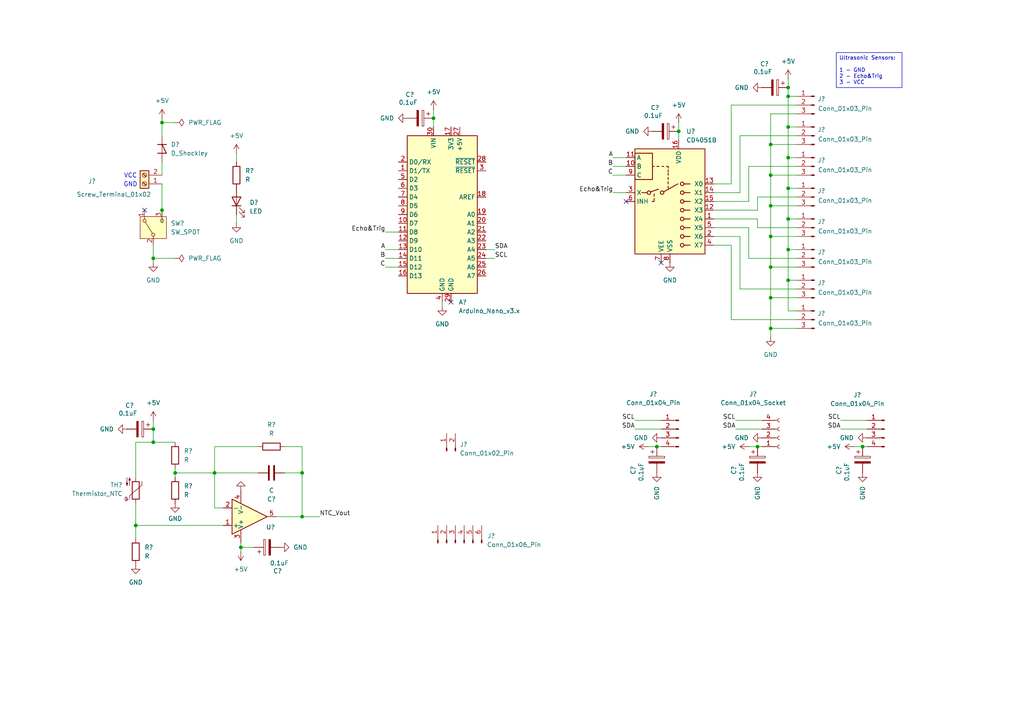
<source format=kicad_sch>
(kicad_sch (version 20231120) (generator "eeschema") (generator_version "8.0")
  (paper "A4")
  (lib_symbols
    (symbol "Analog_Switch:CD4051B"
      (property "Reference" "U" (at -10.16 16.51 0))
      (property "Value" "CD4051B" (at 3.81 16.51 0))
      (symbol "CD4051B_0_1"
        (rectangle (start -10.16 6.35) (end -5.08 13.97) (stroke (width 0.254)))
        (rectangle (start -10.16 15.24) (end 10.16 -15.24) (stroke (width 0.254)) (fill (type background)))
        (circle (center -6.096 2.54) (radius 0.508) (stroke (width 0.254)))
        (circle (center -2.286 2.54) (radius 0.508) (stroke (width 0.254)))
        (polyline (pts (xy -8.128 2.54) (xy -6.604 2.54)) (stroke (width 0.254)))
        (polyline (pts (xy -5.588 2.794) (xy -3.302 3.556)) (stroke (width 0.254)))
        (polyline (pts (xy -4.572 0) (xy -5.207 0)) (stroke (width 0.254)))
        (polyline (pts (xy -4.572 0.254) (xy -4.572 0.889)) (stroke (width 0.254)))
        (polyline (pts (xy -4.572 1.524) (xy -4.572 2.159)) (stroke (width 0.254)))
        (polyline (pts (xy -4.572 10.16) (xy -5.08 10.16)) (stroke (width 0.254)))
        (polyline (pts (xy -3.81 10.16) (xy -3.175 10.16)) (stroke (width 0.254)))
        (polyline (pts (xy -1.778 2.794) (xy 2.286 5.08)) (stroke (width 0.254)))
        (polyline (pts (xy -1.778 10.16) (xy -2.286 10.16)) (stroke (width 0.254)))
        (polyline (pts (xy -0.508 3.81) (xy -0.508 4.445)) (stroke (width 0.254)))
        (polyline (pts (xy -0.508 5.08) (xy -0.508 5.715)) (stroke (width 0.254)))
        (polyline (pts (xy -0.508 6.35) (xy -0.508 6.985)) (stroke (width 0.254)))
        (polyline (pts (xy -0.508 7.62) (xy -0.508 8.255)) (stroke (width 0.254)))
        (polyline (pts (xy -0.508 8.636) (xy -0.508 9.144)) (stroke (width 0.254)))
        (polyline (pts (xy -0.508 9.652) (xy -0.508 10.16)) (stroke (width 0.254)))
        (polyline (pts (xy -0.508 10.16) (xy -1.016 10.16)) (stroke (width 0.254)))
        (polyline (pts (xy 4.064 -12.7) (xy 5.842 -12.7)) (stroke (width 0.254)))
        (polyline (pts (xy 4.064 -10.16) (xy 5.842 -10.16)) (stroke (width 0.254)))
        (polyline (pts (xy 4.064 -7.62) (xy 5.842 -7.62)) (stroke (width 0.254)))
        (polyline (pts (xy 4.064 -5.08) (xy 5.842 -5.08)) (stroke (width 0.254)))
        (polyline (pts (xy 4.064 -2.54) (xy 5.842 -2.54)) (stroke (width 0.254)))
        (polyline (pts (xy 4.064 0) (xy 5.842 0)) (stroke (width 0.254)))
        (polyline (pts (xy 4.064 2.54) (xy 5.842 2.54)) (stroke (width 0.254)))
        (polyline (pts (xy 4.064 5.08) (xy 5.842 5.08)) (stroke (width 0.254)))
        (circle (center 3.556 -12.7) (radius 0.508) (stroke (width 0.254)))
        (circle (center 3.556 -10.16) (radius 0.508) (stroke (width 0.254)))
        (circle (center 3.556 -7.62) (radius 0.508) (stroke (width 0.254)))
        (circle (center 3.556 -5.08) (radius 0.508) (stroke (width 0.254)))
        (circle (center 3.556 -2.54) (radius 0.508) (stroke (width 0.254)))
        (circle (center 3.556 0) (radius 0.508) (stroke (width 0.254)))
        (circle (center 3.556 2.54) (radius 0.508) (stroke (width 0.254)))
        (circle (center 3.556 5.08) (radius 0.508) (stroke (width 0.254)))
      )
      (symbol "CD4051B_1_1"
        (pin bidirectional line (at 12.7 -5.08 180) (length 2.54) (name "X4") (number "1"))
        (pin input line (at -12.7 10.16 0) (length 2.54) (name "B") (number "10"))
        (pin input line (at -12.7 12.7 0) (length 2.54) (name "A") (number "11"))
        (pin bidirectional line (at 12.7 -2.54 180) (length 2.54) (name "X3") (number "12"))
        (pin bidirectional line (at 12.7 5.08 180) (length 2.54) (name "X0") (number "13"))
        (pin bidirectional line (at 12.7 2.54 180) (length 2.54) (name "X1") (number "14"))
        (pin bidirectional line (at 12.7 0 180) (length 2.54) (name "X2") (number "15"))
        (pin power_in line (at 2.54 17.78 270) (length 2.54) (name "VDD") (number "16"))
        (pin bidirectional line (at 12.7 -10.16 180) (length 2.54) (name "X6") (number "2"))
        (pin bidirectional line (at -12.7 2.54 0) (length 2.54) (name "X") (number "3"))
        (pin bidirectional line (at 12.7 -12.7 180) (length 2.54) (name "X7") (number "4"))
        (pin bidirectional line (at 12.7 -7.62 180) (length 2.54) (name "X5") (number "5"))
        (pin input line (at -12.7 0 0) (length 2.54) (name "INH") (number "6"))
        (pin power_in line (at -2.54 -17.78 90) (length 2.54) (name "VEE") (number "7"))
        (pin power_in line (at 0 -17.78 90) (length 2.54) (name "VSS") (number "8"))
        (pin input line (at -12.7 7.62 0) (length 2.54) (name "C") (number "9"))
      )
    )
    (symbol "Connector:Conn_01x02_Pin" (pin_names (offset 1.016) hide)
      (property "Reference" "J" (at 0 2.54 0))
      (property "Value" "Conn_01x02_Pin" (at 0 -5.08 0))
      (symbol "Conn_01x02_Pin_1_1"
        (polyline (pts (xy 1.27 -2.54) (xy 0.8636 -2.54)) (stroke (width 0.1524)))
        (polyline (pts (xy 1.27 0) (xy 0.8636 0)) (stroke (width 0.1524)))
        (rectangle (start 0.8636 -2.413) (end 0 -2.667) (stroke (width 0.1524)) (fill (type outline)))
        (rectangle (start 0.8636 0.127) (end 0 -0.127) (stroke (width 0.1524)) (fill (type outline)))
        (pin passive line (at 5.08 0 180) (length 3.81) (name "Pin_1") (number "1"))
        (pin passive line (at 5.08 -2.54 180) (length 3.81) (name "Pin_2") (number "2"))
      )
    )
    (symbol "Connector:Conn_01x03_Pin" (pin_names (offset 1.016) hide)
      (property "Reference" "J" (at 0 5.08 0))
      (property "Value" "Conn_01x03_Pin" (at 0 -5.08 0))
      (symbol "Conn_01x03_Pin_1_1"
        (polyline (pts (xy 1.27 -2.54) (xy 0.8636 -2.54)) (stroke (width 0.1524)))
        (polyline (pts (xy 1.27 0) (xy 0.8636 0)) (stroke (width 0.1524)))
        (polyline (pts (xy 1.27 2.54) (xy 0.8636 2.54)) (stroke (width 0.1524)))
        (rectangle (start 0.8636 -2.413) (end 0 -2.667) (stroke (width 0.1524)) (fill (type outline)))
        (rectangle (start 0.8636 0.127) (end 0 -0.127) (stroke (width 0.1524)) (fill (type outline)))
        (rectangle (start 0.8636 2.667) (end 0 2.413) (stroke (width 0.1524)) (fill (type outline)))
        (pin passive line (at 5.08 2.54 180) (length 3.81) (name "Pin_1") (number "1"))
        (pin passive line (at 5.08 0 180) (length 3.81) (name "Pin_2") (number "2"))
        (pin passive line (at 5.08 -2.54 180) (length 3.81) (name "Pin_3") (number "3"))
      )
    )
    (symbol "Connector:Conn_01x04_Pin" (pin_names (offset 1.016) hide)
      (property "Reference" "J" (at 0 5.08 0))
      (property "Value" "Conn_01x04_Pin" (at 0 -7.62 0))
      (symbol "Conn_01x04_Pin_1_1"
        (polyline (pts (xy 1.27 -5.08) (xy 0.8636 -5.08)) (stroke (width 0.1524)))
        (polyline (pts (xy 1.27 -2.54) (xy 0.8636 -2.54)) (stroke (width 0.1524)))
        (polyline (pts (xy 1.27 0) (xy 0.8636 0)) (stroke (width 0.1524)))
        (polyline (pts (xy 1.27 2.54) (xy 0.8636 2.54)) (stroke (width 0.1524)))
        (rectangle (start 0.8636 -4.953) (end 0 -5.207) (stroke (width 0.1524)) (fill (type outline)))
        (rectangle (start 0.8636 -2.413) (end 0 -2.667) (stroke (width 0.1524)) (fill (type outline)))
        (rectangle (start 0.8636 0.127) (end 0 -0.127) (stroke (width 0.1524)) (fill (type outline)))
        (rectangle (start 0.8636 2.667) (end 0 2.413) (stroke (width 0.1524)) (fill (type outline)))
        (pin passive line (at 5.08 2.54 180) (length 3.81) (name "Pin_1") (number "1"))
        (pin passive line (at 5.08 0 180) (length 3.81) (name "Pin_2") (number "2"))
        (pin passive line (at 5.08 -2.54 180) (length 3.81) (name "Pin_3") (number "3"))
        (pin passive line (at 5.08 -5.08 180) (length 3.81) (name "Pin_4") (number "4"))
      )
    )
    (symbol "Connector:Conn_01x04_Socket" (pin_names (offset 1.016) hide)
      (property "Reference" "J" (at 0 5.08 0))
      (property "Value" "Conn_01x04_Socket" (at 0 -7.62 0))
      (symbol "Conn_01x04_Socket_1_1"
        (arc (start 0 -4.572) (mid -0.5058 -5.08) (end 0 -5.588) (stroke (width 0.1524)))
        (arc (start 0 -2.032) (mid -0.5058 -2.54) (end 0 -3.048) (stroke (width 0.1524)))
        (polyline (pts (xy -1.27 -5.08) (xy -0.508 -5.08)) (stroke (width 0.1524)))
        (polyline (pts (xy -1.27 -2.54) (xy -0.508 -2.54)) (stroke (width 0.1524)))
        (polyline (pts (xy -1.27 0) (xy -0.508 0)) (stroke (width 0.1524)))
        (polyline (pts (xy -1.27 2.54) (xy -0.508 2.54)) (stroke (width 0.1524)))
        (arc (start 0 0.508) (mid -0.5058 0) (end 0 -0.508) (stroke (width 0.1524)))
        (arc (start 0 3.048) (mid -0.5058 2.54) (end 0 2.032) (stroke (width 0.1524)))
        (pin passive line (at -5.08 2.54 0) (length 3.81) (name "Pin_1") (number "1"))
        (pin passive line (at -5.08 0 0) (length 3.81) (name "Pin_2") (number "2"))
        (pin passive line (at -5.08 -2.54 0) (length 3.81) (name "Pin_3") (number "3"))
        (pin passive line (at -5.08 -5.08 0) (length 3.81) (name "Pin_4") (number "4"))
      )
    )
    (symbol "Connector:Conn_01x06_Pin" (pin_names (offset 1.016) hide)
      (property "Reference" "J" (at 0 7.62 0))
      (property "Value" "Conn_01x06_Pin" (at 0 -10.16 0))
      (symbol "Conn_01x06_Pin_1_1"
        (polyline (pts (xy 1.27 -7.62) (xy 0.8636 -7.62)) (stroke (width 0.1524)))
        (polyline (pts (xy 1.27 -5.08) (xy 0.8636 -5.08)) (stroke (width 0.1524)))
        (polyline (pts (xy 1.27 -2.54) (xy 0.8636 -2.54)) (stroke (width 0.1524)))
        (polyline (pts (xy 1.27 0) (xy 0.8636 0)) (stroke (width 0.1524)))
        (polyline (pts (xy 1.27 2.54) (xy 0.8636 2.54)) (stroke (width 0.1524)))
        (polyline (pts (xy 1.27 5.08) (xy 0.8636 5.08)) (stroke (width 0.1524)))
        (rectangle (start 0.8636 -7.493) (end 0 -7.747) (stroke (width 0.1524)) (fill (type outline)))
        (rectangle (start 0.8636 -4.953) (end 0 -5.207) (stroke (width 0.1524)) (fill (type outline)))
        (rectangle (start 0.8636 -2.413) (end 0 -2.667) (stroke (width 0.1524)) (fill (type outline)))
        (rectangle (start 0.8636 0.127) (end 0 -0.127) (stroke (width 0.1524)) (fill (type outline)))
        (rectangle (start 0.8636 2.667) (end 0 2.413) (stroke (width 0.1524)) (fill (type outline)))
        (rectangle (start 0.8636 5.207) (end 0 4.953) (stroke (width 0.1524)) (fill (type outline)))
        (pin passive line (at 5.08 5.08 180) (length 3.81) (name "Pin_1") (number "1"))
        (pin passive line (at 5.08 2.54 180) (length 3.81) (name "Pin_2") (number "2"))
        (pin passive line (at 5.08 0 180) (length 3.81) (name "Pin_3") (number "3"))
        (pin passive line (at 5.08 -2.54 180) (length 3.81) (name "Pin_4") (number "4"))
        (pin passive line (at 5.08 -5.08 180) (length 3.81) (name "Pin_5") (number "5"))
        (pin passive line (at 5.08 -7.62 180) (length 3.81) (name "Pin_6") (number "6"))
      )
    )
    (symbol "Connector:Screw_Terminal_01x02" (pin_names (offset 1.016) hide)
      (property "Reference" "J" (at 0 2.54 0))
      (property "Value" "Screw_Terminal_01x02" (at 0 -5.08 0))
      (symbol "Screw_Terminal_01x02_1_1"
        (rectangle (start -1.27 1.27) (end 1.27 -3.81) (stroke (width 0.254)) (fill (type background)))
        (circle (center 0 -2.54) (radius 0.635) (stroke (width 0.1524)))
        (polyline (pts (xy -0.5334 -2.2098) (xy 0.3302 -3.048)) (stroke (width 0.1524)))
        (polyline (pts (xy -0.5334 0.3302) (xy 0.3302 -0.508)) (stroke (width 0.1524)))
        (polyline (pts (xy -0.3556 -2.032) (xy 0.508 -2.8702)) (stroke (width 0.1524)))
        (polyline (pts (xy -0.3556 0.508) (xy 0.508 -0.3302)) (stroke (width 0.1524)))
        (circle (center 0 0) (radius 0.635) (stroke (width 0.1524)))
        (pin passive line (at -5.08 0 0) (length 3.81) (name "Pin_1") (number "1"))
        (pin passive line (at -5.08 -2.54 0) (length 3.81) (name "Pin_2") (number "2"))
      )
    )
    (symbol "Device:C" (pin_numbers hide) (pin_names (offset 0.254))
      (property "Reference" "C" (at 0.635 2.54 0))
      (property "Value" "C" (at 0.635 -2.54 0))
      (symbol "C_0_1"
        (polyline (pts (xy -2.032 -0.762) (xy 2.032 -0.762)) (stroke (width 0.508)))
        (polyline (pts (xy -2.032 0.762) (xy 2.032 0.762)) (stroke (width 0.508)))
      )
      (symbol "C_1_1"
        (pin passive line (at 0 3.81 270) (length 2.794) (name "~") (number "1"))
        (pin passive line (at 0 -3.81 90) (length 2.794) (name "~") (number "2"))
      )
    )
    (symbol "Device:C_Polarized" (pin_numbers hide) (pin_names (offset 0.254))
      (property "Reference" "C" (at 0.635 2.54 0))
      (property "Value" "C_Polarized" (at 0.635 -2.54 0))
      (symbol "C_Polarized_0_1"
        (rectangle (start -2.286 0.508) (end 2.286 1.016))
        (polyline (pts (xy -1.778 2.286) (xy -0.762 2.286)))
        (polyline (pts (xy -1.27 2.794) (xy -1.27 1.778)))
        (rectangle (start 2.286 -0.508) (end -2.286 -1.016) (fill (type outline)))
      )
      (symbol "C_Polarized_1_1"
        (pin passive line (at 0 3.81 270) (length 2.794) (name "~") (number "1"))
        (pin passive line (at 0 -3.81 90) (length 2.794) (name "~") (number "2"))
      )
    )
    (symbol "Device:D_Shockley" (pin_numbers hide) (pin_names (offset 1.016) hide)
      (property "Reference" "D" (at 0 2.54 0))
      (property "Value" "D_Shockley" (at 0 -2.54 0))
      (symbol "D_Shockley_0_1"
        (polyline (pts (xy -1.27 0) (xy 1.27 0)))
        (polyline (pts (xy -1.27 1.27) (xy -1.27 -1.27)) (stroke (width 0.254)))
        (polyline (pts (xy -1.27 0) (xy 1.27 1.27) (xy 1.27 -1.27)) (stroke (width 0.254)))
      )
      (symbol "D_Shockley_1_1"
        (pin passive line (at -3.81 0 0) (length 2.54) (name "K") (number "1"))
        (pin passive line (at 3.81 0 180) (length 2.54) (name "A") (number "2"))
      )
    )
    (symbol "Device:LED" (pin_numbers hide) (pin_names (offset 1.016) hide)
      (property "Reference" "D" (at 0 2.54 0))
      (property "Value" "LED" (at 0 -2.54 0))
      (symbol "LED_0_1"
        (polyline (pts (xy -1.27 -1.27) (xy -1.27 1.27)) (stroke (width 0.254)))
        (polyline (pts (xy -1.27 0) (xy 1.27 0)))
        (polyline (pts (xy 1.27 -1.27) (xy 1.27 1.27) (xy -1.27 0) (xy 1.27 -1.27)) (stroke (width 0.254)))
        (polyline (pts (xy -3.048 -0.762) (xy -4.572 -2.286) (xy -3.81 -2.286) (xy -4.572 -2.286) (xy -4.572 -1.524)))
        (polyline (pts (xy -1.778 -0.762) (xy -3.302 -2.286) (xy -2.54 -2.286) (xy -3.302 -2.286) (xy -3.302 -1.524)))
      )
      (symbol "LED_1_1"
        (pin passive line (at -3.81 0 0) (length 2.54) (name "K") (number "1"))
        (pin passive line (at 3.81 0 180) (length 2.54) (name "A") (number "2"))
      )
    )
    (symbol "Device:R" (pin_numbers hide) (pin_names (offset 0))
      (property "Reference" "R" (at 2.032 0 90))
      (property "Value" "R" (at 0 0 90))
      (symbol "R_0_1"
        (rectangle (start -1.016 -2.54) (end 1.016 2.54) (stroke (width 0.254)))
      )
      (symbol "R_1_1"
        (pin passive line (at 0 3.81 270) (length 1.27) (name "~") (number "1"))
        (pin passive line (at 0 -3.81 90) (length 1.27) (name "~") (number "2"))
      )
    )
    (symbol "Device:Thermistor_NTC" (pin_numbers hide) (pin_names (offset 0))
      (property "Reference" "TH" (at -4.445 0 90))
      (property "Value" "Thermistor_NTC" (at 3.175 0 90))
      (symbol "Thermistor_NTC_0_1"
        (arc (start -3.048 2.159) (mid -3.0495 2.3143) (end -3.175 2.413))
        (arc (start -3.048 2.159) (mid -2.9736 1.9794) (end -2.794 1.905))
        (arc (start -3.048 2.794) (mid -2.9736 2.6144) (end -2.794 2.54))
        (arc (start -2.794 1.905) (mid -2.6144 1.9794) (end -2.54 2.159))
        (arc (start -2.794 2.54) (mid -2.4393 2.5587) (end -2.159 2.794))
        (arc (start -2.794 3.048) (mid -2.9736 2.9736) (end -3.048 2.794))
        (arc (start -2.54 2.794) (mid -2.6144 2.9736) (end -2.794 3.048))
        (rectangle (start -1.016 2.54) (end 1.016 -2.54) (stroke (width 0.254)))
        (polyline (pts (xy -2.54 2.159) (xy -2.54 2.794)))
        (polyline (pts (xy -1.778 2.54) (xy -1.778 1.524) (xy 1.778 -1.524) (xy 1.778 -2.54)))
        (polyline (pts (xy -2.54 -3.683) (xy -2.54 -1.397) (xy -2.794 -2.159) (xy -2.286 -2.159) (xy -2.54 -1.397) (xy -2.54 -1.651)) (fill (type outline)))
        (polyline (pts (xy -1.778 -1.397) (xy -1.778 -3.683) (xy -2.032 -2.921) (xy -1.524 -2.921) (xy -1.778 -3.683) (xy -1.778 -3.429)) (fill (type outline)))
      )
      (symbol "Thermistor_NTC_1_1"
        (pin passive line (at 0 3.81 270) (length 1.27) (name "~") (number "1"))
        (pin passive line (at 0 -3.81 90) (length 1.27) (name "~") (number "2"))
      )
    )
    (symbol "MCU_Module:Arduino_Nano_v3.x"
      (property "Reference" "A" (at -10.16 23.495 0))
      (property "Value" "Arduino_Nano_v3.x" (at 5.08 -24.13 0))
      (symbol "Arduino_Nano_v3.x_0_1"
        (rectangle (start -10.16 22.86) (end 10.16 -22.86) (stroke (width 0.254)) (fill (type background)))
      )
      (symbol "Arduino_Nano_v3.x_1_1"
        (pin bidirectional line (at -12.7 12.7 0) (length 2.54) (name "D1/TX") (number "1"))
        (pin bidirectional line (at -12.7 -2.54 0) (length 2.54) (name "D7") (number "10"))
        (pin bidirectional line (at -12.7 -5.08 0) (length 2.54) (name "D8") (number "11"))
        (pin bidirectional line (at -12.7 -7.62 0) (length 2.54) (name "D9") (number "12"))
        (pin bidirectional line (at -12.7 -10.16 0) (length 2.54) (name "D10") (number "13"))
        (pin bidirectional line (at -12.7 -12.7 0) (length 2.54) (name "D11") (number "14"))
        (pin bidirectional line (at -12.7 -15.24 0) (length 2.54) (name "D12") (number "15"))
        (pin bidirectional line (at -12.7 -17.78 0) (length 2.54) (name "D13") (number "16"))
        (pin power_out line (at 2.54 25.4 270) (length 2.54) (name "3V3") (number "17"))
        (pin input line (at 12.7 5.08 180) (length 2.54) (name "AREF") (number "18"))
        (pin bidirectional line (at 12.7 0 180) (length 2.54) (name "A0") (number "19"))
        (pin bidirectional line (at -12.7 15.24 0) (length 2.54) (name "D0/RX") (number "2"))
        (pin bidirectional line (at 12.7 -2.54 180) (length 2.54) (name "A1") (number "20"))
        (pin bidirectional line (at 12.7 -5.08 180) (length 2.54) (name "A2") (number "21"))
        (pin bidirectional line (at 12.7 -7.62 180) (length 2.54) (name "A3") (number "22"))
        (pin bidirectional line (at 12.7 -10.16 180) (length 2.54) (name "A4") (number "23"))
        (pin bidirectional line (at 12.7 -12.7 180) (length 2.54) (name "A5") (number "24"))
        (pin bidirectional line (at 12.7 -15.24 180) (length 2.54) (name "A6") (number "25"))
        (pin bidirectional line (at 12.7 -17.78 180) (length 2.54) (name "A7") (number "26"))
        (pin power_out line (at 5.08 25.4 270) (length 2.54) (name "+5V") (number "27"))
        (pin input line (at 12.7 15.24 180) (length 2.54) (name "~{RESET}") (number "28"))
        (pin power_in line (at 2.54 -25.4 90) (length 2.54) (name "GND") (number "29"))
        (pin input line (at 12.7 12.7 180) (length 2.54) (name "~{RESET}") (number "3"))
        (pin power_in line (at -2.54 25.4 270) (length 2.54) (name "VIN") (number "30"))
        (pin power_in line (at 0 -25.4 90) (length 2.54) (name "GND") (number "4"))
        (pin bidirectional line (at -12.7 10.16 0) (length 2.54) (name "D2") (number "5"))
        (pin bidirectional line (at -12.7 7.62 0) (length 2.54) (name "D3") (number "6"))
        (pin bidirectional line (at -12.7 5.08 0) (length 2.54) (name "D4") (number "7"))
        (pin bidirectional line (at -12.7 2.54 0) (length 2.54) (name "D5") (number "8"))
        (pin bidirectional line (at -12.7 0 0) (length 2.54) (name "D6") (number "9"))
      )
    )
    (symbol "Simulation_SPICE:OPAMP" (pin_names (offset 0.254))
      (property "Reference" "U" (at 3.81 3.175 0))
      (property "Value" "${SIM.PARAMS}" (at 3.81 -3.175 0))
      (symbol "OPAMP_0_1"
        (polyline (pts (xy 5.08 0) (xy -5.08 5.08) (xy -5.08 -5.08) (xy 5.08 0)) (stroke (width 0.254)) (fill (type background)))
      )
      (symbol "OPAMP_1_1"
        (pin input line (at -7.62 2.54 0) (length 2.54) (name "+") (number "1"))
        (pin input line (at -7.62 -2.54 0) (length 2.54) (name "-") (number "2"))
        (pin power_in line (at -2.54 7.62 270) (length 3.81) (name "V+") (number "3"))
        (pin power_in line (at -2.54 -7.62 90) (length 3.81) (name "V-") (number "4"))
        (pin output line (at 7.62 0 180) (length 2.54) (name "~") (number "5"))
      )
    )
    (symbol "Switch:SW_SPDT" (pin_names (offset 0) hide)
      (property "Reference" "SW" (at 0 5.08 0))
      (property "Value" "SW_SPDT" (at 0 -5.08 0))
      (symbol "SW_SPDT_0_1"
        (circle (center -2.032 0) (radius 0.4572))
        (polyline (pts (xy -1.651 0.254) (xy 1.651 2.286)))
        (circle (center 2.032 -2.54) (radius 0.4572))
        (circle (center 2.032 2.54) (radius 0.4572))
      )
      (symbol "SW_SPDT_1_1"
        (rectangle (start -3.175 3.81) (end 3.175 -3.81) (fill (type background)))
        (pin passive line (at 5.08 2.54 180) (length 2.54) (name "A") (number "1"))
        (pin passive line (at -5.08 0 0) (length 2.54) (name "B") (number "2"))
        (pin passive line (at 5.08 -2.54 180) (length 2.54) (name "C") (number "3"))
      )
    )
    (symbol "power:+5V" (power) (pin_numbers hide) (pin_names (offset 0) hide)
      (property "Value" "+5V" (at 0 3.556 0))
      (symbol "+5V_0_1"
        (polyline (pts (xy -0.762 1.27) (xy 0 2.54)))
        (polyline (pts (xy 0 0) (xy 0 2.54)))
        (polyline (pts (xy 0 2.54) (xy 0.762 1.27)))
      )
      (symbol "+5V_1_1"
        (pin power_in line (at 0 0 90) (length 0) (name "~") (number "1"))
      )
    )
    (symbol "power:GND" (power) (pin_numbers hide) (pin_names (offset 0) hide)
      (property "Value" "GND" (at 0 -3.81 0))
      (symbol "GND_0_1"
        (polyline (pts (xy 0 0) (xy 0 -1.27) (xy 1.27 -1.27) (xy 0 -2.54) (xy -1.27 -1.27) (xy 0 -1.27)))
      )
      (symbol "GND_1_1"
        (pin power_in line (at 0 0 270) (length 0) (name "~") (number "1"))
      )
    )
    (symbol "power:PWR_FLAG" (power) (pin_numbers hide) (pin_names (offset 0) hide)
      (property "Value" "PWR_FLAG" (at 0 3.81 0))
      (symbol "PWR_FLAG_0_0"
        (pin power_out line (at 0 0 90) (length 0) (name "~") (number "1"))
      )
      (symbol "PWR_FLAG_0_1"
        (polyline (pts (xy 0 0) (xy 0 1.27) (xy -1.016 1.905) (xy 0 2.54) (xy 1.016 1.905) (xy 0 1.27)))
      )
    )
  )
  (junction (at 223.52 59.69))
  (junction (at 228.6 27.94))
  (junction (at 250.19 129.54))
  (junction (at 228.6 63.5))
  (junction (at 228.6 36.83))
  (junction (at 223.52 68.58))
  (junction (at 44.45 128.27))
  (junction (at 190.5 129.54))
  (junction (at 62.23 137.16))
  (junction (at 46.99 35.56))
  (junction (at 223.52 41.91))
  (junction (at 87.63 137.16))
  (junction (at 196.85 38.1))
  (junction (at 228.6 45.72))
  (junction (at 44.45 124.46))
  (junction (at 223.52 77.47))
  (junction (at 44.45 74.93))
  (junction (at 223.52 86.36))
  (junction (at 69.85 158.75))
  (junction (at 219.71 129.54))
  (junction (at 87.63 149.86))
  (junction (at 228.6 72.39))
  (junction (at 228.6 54.61))
  (junction (at 223.52 50.8))
  (junction (at 46.99 60.96))
  (junction (at 50.8 137.16))
  (junction (at 125.73 34.29))
  (junction (at 228.6 81.28))
  (junction (at 39.37 152.4))
  (junction (at 223.52 95.25))
  (junction (at 228.6 25.4))
  (no_connect (at 181.61 58.42))
  (no_connect (at 191.77 76.2))
  (no_connect (at 130.81 87.63))
  (no_connect (at 41.91 60.96))
  (wire (pts (xy 62.23 129.54) (xy 62.23 137.16)))
  (wire (pts (xy 217.17 48.26) (xy 231.14 48.26)))
  (wire (pts (xy 228.6 27.94) (xy 228.6 36.83)))
  (wire (pts (xy 223.52 33.02) (xy 223.52 41.91)))
  (wire (pts (xy 212.09 30.48) (xy 231.14 30.48)))
  (wire (pts (xy 177.8 50.8) (xy 181.61 50.8)))
  (wire (pts (xy 80.01 149.86) (xy 87.63 149.86)))
  (wire (pts (xy 214.63 39.37) (xy 231.14 39.37)))
  (wire (pts (xy 46.99 35.56) (xy 46.99 34.29)))
  (wire (pts (xy 177.8 55.88) (xy 181.61 55.88)))
  (wire (pts (xy 46.99 35.56) (xy 46.99 39.37)))
  (wire (pts (xy 223.52 86.36) (xy 231.14 86.36)))
  (wire (pts (xy 223.52 41.91) (xy 223.52 50.8)))
  (wire (pts (xy 125.73 34.29) (xy 125.73 36.83)))
  (wire (pts (xy 177.8 45.72) (xy 181.61 45.72)))
  (wire (pts (xy 228.6 22.86) (xy 228.6 25.4)))
  (wire (pts (xy 219.71 60.96) (xy 219.71 57.15)))
  (wire (pts (xy 68.58 62.23) (xy 68.58 64.77)))
  (wire (pts (xy 207.01 66.04) (xy 217.17 66.04)))
  (wire (pts (xy 68.58 44.45) (xy 68.58 46.99)))
  (wire (pts (xy 74.93 129.54) (xy 62.23 129.54)))
  (wire (pts (xy 111.76 72.39) (xy 115.57 72.39)))
  (wire (pts (xy 228.6 45.72) (xy 231.14 45.72)))
  (wire (pts (xy 190.5 129.54) (xy 191.77 129.54)))
  (wire (pts (xy 228.6 45.72) (xy 228.6 54.61)))
  (wire (pts (xy 228.6 72.39) (xy 231.14 72.39)))
  (wire (pts (xy 231.14 33.02) (xy 223.52 33.02)))
  (wire (pts (xy 50.8 137.16) (xy 50.8 138.43)))
  (wire (pts (xy 243.84 124.46) (xy 251.46 124.46)))
  (wire (pts (xy 207.01 60.96) (xy 219.71 60.96)))
  (wire (pts (xy 140.97 74.93) (xy 143.51 74.93)))
  (wire (pts (xy 219.71 63.5) (xy 219.71 66.04)))
  (wire (pts (xy 228.6 63.5) (xy 228.6 72.39)))
  (wire (pts (xy 62.23 137.16) (xy 50.8 137.16)))
  (wire (pts (xy 228.6 72.39) (xy 228.6 81.28)))
  (wire (pts (xy 228.6 54.61) (xy 231.14 54.61)))
  (wire (pts (xy 223.52 50.8) (xy 223.52 59.69)))
  (wire (pts (xy 214.63 83.82) (xy 231.14 83.82)))
  (wire (pts (xy 223.52 59.69) (xy 223.52 68.58)))
  (wire (pts (xy 82.55 137.16) (xy 87.63 137.16)))
  (wire (pts (xy 62.23 147.32) (xy 64.77 147.32)))
  (wire (pts (xy 247.65 129.54) (xy 250.19 129.54)))
  (wire (pts (xy 217.17 58.42) (xy 217.17 48.26)))
  (wire (pts (xy 46.99 35.56) (xy 50.8 35.56)))
  (wire (pts (xy 228.6 63.5) (xy 231.14 63.5)))
  (wire (pts (xy 50.8 135.89) (xy 50.8 137.16)))
  (wire (pts (xy 46.99 60.96) (xy 46.99 64.77)))
  (wire (pts (xy 219.71 57.15) (xy 231.14 57.15)))
  (wire (pts (xy 39.37 146.05) (xy 39.37 152.4)))
  (wire (pts (xy 214.63 55.88) (xy 214.63 39.37)))
  (wire (pts (xy 46.99 53.34) (xy 46.99 60.96)))
  (wire (pts (xy 207.01 58.42) (xy 217.17 58.42)))
  (wire (pts (xy 39.37 128.27) (xy 39.37 138.43)))
  (wire (pts (xy 39.37 152.4) (xy 64.77 152.4)))
  (wire (pts (xy 223.52 68.58) (xy 223.52 77.47)))
  (wire (pts (xy 228.6 90.17) (xy 231.14 90.17)))
  (wire (pts (xy 228.6 81.28) (xy 231.14 81.28)))
  (wire (pts (xy 111.76 74.93) (xy 115.57 74.93)))
  (wire (pts (xy 219.71 129.54) (xy 220.98 129.54)))
  (wire (pts (xy 219.71 66.04) (xy 231.14 66.04)))
  (wire (pts (xy 87.63 129.54) (xy 87.63 137.16)))
  (wire (pts (xy 212.09 53.34) (xy 212.09 30.48)))
  (wire (pts (xy 69.85 158.75) (xy 69.85 160.02)))
  (wire (pts (xy 217.17 129.54) (xy 219.71 129.54)))
  (wire (pts (xy 228.6 54.61) (xy 228.6 63.5)))
  (wire (pts (xy 228.6 36.83) (xy 228.6 45.72)))
  (wire (pts (xy 212.09 92.71) (xy 231.14 92.71)))
  (wire (pts (xy 128.27 87.63) (xy 128.27 88.9)))
  (wire (pts (xy 82.55 129.54) (xy 87.63 129.54)))
  (wire (pts (xy 50.8 74.93) (xy 44.45 74.93)))
  (wire (pts (xy 207.01 68.58) (xy 214.63 68.58)))
  (wire (pts (xy 62.23 137.16) (xy 62.23 147.32)))
  (wire (pts (xy 111.76 67.31) (xy 115.57 67.31)))
  (wire (pts (xy 44.45 74.93) (xy 44.45 76.2)))
  (wire (pts (xy 87.63 149.86) (xy 92.71 149.86)))
  (wire (pts (xy 196.85 35.56) (xy 196.85 38.1)))
  (wire (pts (xy 228.6 36.83) (xy 231.14 36.83)))
  (wire (pts (xy 69.85 158.75) (xy 73.66 158.75)))
  (wire (pts (xy 228.6 81.28) (xy 228.6 90.17)))
  (wire (pts (xy 223.52 59.69) (xy 231.14 59.69)))
  (wire (pts (xy 69.85 157.48) (xy 69.85 158.75)))
  (wire (pts (xy 111.76 77.47) (xy 115.57 77.47)))
  (wire (pts (xy 125.73 31.75) (xy 125.73 34.29)))
  (wire (pts (xy 243.84 121.92) (xy 251.46 121.92)))
  (wire (pts (xy 250.19 129.54) (xy 251.46 129.54)))
  (wire (pts (xy 140.97 72.39) (xy 143.51 72.39)))
  (wire (pts (xy 87.63 137.16) (xy 87.63 149.86)))
  (wire (pts (xy 228.6 25.4) (xy 228.6 27.94)))
  (wire (pts (xy 223.52 95.25) (xy 231.14 95.25)))
  (wire (pts (xy 184.15 124.46) (xy 191.77 124.46)))
  (wire (pts (xy 212.09 71.12) (xy 212.09 92.71)))
  (wire (pts (xy 207.01 71.12) (xy 212.09 71.12)))
  (wire (pts (xy 207.01 55.88) (xy 214.63 55.88)))
  (wire (pts (xy 214.63 68.58) (xy 214.63 83.82)))
  (wire (pts (xy 213.36 124.46) (xy 220.98 124.46)))
  (wire (pts (xy 46.99 46.99) (xy 46.99 50.8)))
  (wire (pts (xy 223.52 77.47) (xy 231.14 77.47)))
  (wire (pts (xy 187.96 129.54) (xy 190.5 129.54)))
  (wire (pts (xy 44.45 121.92) (xy 44.45 124.46)))
  (wire (pts (xy 207.01 63.5) (xy 219.71 63.5)))
  (wire (pts (xy 223.52 50.8) (xy 231.14 50.8)))
  (wire (pts (xy 231.14 27.94) (xy 228.6 27.94)))
  (wire (pts (xy 207.01 53.34) (xy 212.09 53.34)))
  (wire (pts (xy 184.15 121.92) (xy 191.77 121.92)))
  (wire (pts (xy 223.52 86.36) (xy 223.52 95.25)))
  (wire (pts (xy 39.37 152.4) (xy 39.37 156.21)))
  (wire (pts (xy 44.45 71.12) (xy 44.45 74.93)))
  (wire (pts (xy 196.85 38.1) (xy 196.85 40.64)))
  (wire (pts (xy 50.8 128.27) (xy 44.45 128.27)))
  (wire (pts (xy 44.45 124.46) (xy 44.45 128.27)))
  (wire (pts (xy 217.17 74.93) (xy 231.14 74.93)))
  (wire (pts (xy 223.52 68.58) (xy 231.14 68.58)))
  (wire (pts (xy 223.52 95.25) (xy 223.52 97.79)))
  (wire (pts (xy 223.52 41.91) (xy 231.14 41.91)))
  (wire (pts (xy 217.17 66.04) (xy 217.17 74.93)))
  (wire (pts (xy 177.8 48.26) (xy 181.61 48.26)))
  (wire (pts (xy 74.93 137.16) (xy 62.23 137.16)))
  (wire (pts (xy 213.36 121.92) (xy 220.98 121.92)))
  (wire (pts (xy 223.52 77.47) (xy 223.52 86.36)))
  (wire (pts (xy 44.45 128.27) (xy 39.37 128.27)))
  (text_box "Ultrasonic Sensors:\n\n1 - GND\n2 - Echo&Trig\n3 - VCC" (at 242.57 15.24 0) (size 19.05 10.16) (effects (font (size 1.1 1.1)) (justify left top)))
  (text "GND" (at 37.846 53.594 0) (effects (font (size 1.27 1.27))))
  (text "VCC" (at 37.846 51.054 0) (effects (font (size 1.27 1.27))))
  (label "Echo&Trig" (at 177.8 55.88 180))
  (label "SCL" (at 213.36 121.92 180))
  (label "C" (at 177.8 50.8 180))
  (label "SCL" (at 243.84 121.92 180))
  (label "SCL" (at 184.15 121.92 180))
  (label "B" (at 111.76 74.93 180))
  (label "SDA" (at 243.84 124.46 180))
  (label "SDA" (at 184.15 124.46 180))
  (label "SDA" (at 143.51 72.39 0))
  (label "B" (at 177.8 48.26 180))
  (label "SCL" (at 143.51 74.93 0))
  (label "SDA" (at 213.36 124.46 180))
  (label "A" (at 177.8 45.72 180))
  (label "NTC_Vout" (at 92.71 149.86 0))
  (label "C" (at 111.76 77.47 180))
  (label "A" (at 111.76 72.39 180))
  (label "Echo&Trig" (at 111.76 67.31 180))
  (symbol (lib_id "power:GND") (at 251.46 127 270) (unit 1)
    (property "Reference" "#PWR028" (effects (hide yes)))
    (property "Value" "GND" (at 247.65 126.9999 90) (effects (justify right)))
    (property "Description" "Power symbol creates a global label with name \"GND\" , ground" (effects (hide yes)))
  )
  (symbol (lib_id "power:GND") (at 68.58 64.77 0) (unit 1)
    (property "Reference" "#PWR05" (effects (hide yes)))
    (property "Value" "GND" (at 68.58 69.85 0))
    (property "Description" "Power symbol creates a global label with name \"GND\" , ground" (effects (hide yes)))
  )
  (symbol (lib_id "Device:C_Polarized") (at 190.5 133.35 0) (unit 1)
    (property "Reference" "C?" (at 183.642 136.398 90))
    (property "Value" "0.1uF" (at 185.928 136.906 90))
    (property "Description" "Polarized capacitor" (effects (hide yes)))
  )
  (symbol (lib_id "power:GND") (at 190.5 137.16 0) (unit 1)
    (property "Reference" "#PWR027" (effects (hide yes)))
    (property "Value" "GND" (at 190.4999 140.97 90) (effects (justify right)))
    (property "Description" "Power symbol creates a global label with name \"GND\" , ground" (effects (hide yes)))
  )
  (symbol (lib_id "Device:C_Polarized") (at 219.71 133.35 0) (unit 1)
    (property "Reference" "C?" (at 212.852 136.398 90))
    (property "Value" "0.1uF" (at 215.138 136.906 90))
    (property "Description" "Polarized capacitor" (effects (hide yes)))
  )
  (symbol (lib_id "power:+5V") (at 46.99 34.29 0) (unit 1)
    (property "Reference" "#PWR04" (effects (hide yes)))
    (property "Value" "+5V" (at 46.99 29.21 0))
    (property "Description" "Power symbol creates a global label with name \"+5V\"" (effects (hide yes)))
  )
  (symbol (lib_id "Connector:Conn_01x03_Pin") (at 236.22 92.71 0) (mirror y) (unit 1)
    (property "Reference" "J?" (at 238.252 90.932 0))
    (property "Value" "Conn_01x03_Pin" (at 245.11 93.726 0))
    (property "Description" "Generic connector, single row, 01x03, script generated" (effects (hide yes)))
  )
  (symbol (lib_id "power:GND") (at 118.11 34.29 270) (unit 1)
    (property "Reference" "#PWR025" (effects (hide yes)))
    (property "Value" "GND" (at 114.3 34.2899 90) (effects (justify right)))
    (property "Description" "Power symbol creates a global label with name \"GND\" , ground" (effects (hide yes)))
  )
  (symbol (lib_id "Device:C_Polarized") (at 193.04 38.1 270) (unit 1)
    (property "Reference" "C?" (at 189.992 31.242 90))
    (property "Value" "0.1uF" (at 189.484 33.528 90))
    (property "Description" "Polarized capacitor" (effects (hide yes)))
  )
  (symbol (lib_id "Simulation_SPICE:OPAMP") (at 72.39 149.86 0) (mirror x) (unit 1)
    (property "Reference" "U?" (at 78.486 152.908 0))
    (property "Value" "${SIM.PARAMS}" (at 80.01 153.0035 0))
    (property "Datasheet" "https://ngspice.sourceforge.io/docs/ngspice-html-manual/manual.xhtml#sec__SUBCKT_Subcircuits" (effects (hide yes)))
    (property "Description" "Operational amplifier, single, node sequence=1:+ 2:- 3:OUT 4:V+ 5:V-" (effects (hide yes)))
    (property "Sim.Pins" "1=in+ 2=in- 3=vcc 4=vee 5=out" (effects (hide yes)))
    (property "Sim.Device" "SUBCKT" (effects (hide yes)))
    (property "Sim.Library" "${KICAD8_SYMBOL_DIR}/Simulation_SPICE.sp" (effects (hide yes)))
    (property "Sim.Name" "kicad_builtin_opamp" (effects (hide yes)))
  )
  (symbol (lib_id "Device:C_Polarized") (at 121.92 34.29 270) (unit 1)
    (property "Reference" "C?" (at 118.872 27.432 90))
    (property "Value" "0.1uF" (at 118.364 29.718 90))
    (property "Description" "Polarized capacitor" (effects (hide yes)))
  )
  (symbol (lib_id "Connector:Conn_01x04_Pin") (at 256.54 124.46 0) (mirror y) (unit 1)
    (property "Reference" "J?" (at 248.666 114.554 0))
    (property "Value" "Conn_01x04_Pin" (at 248.666 117.094 0))
    (property "Description" "Generic connector, single row, 01x04, script generated" (effects (hide yes)))
  )
  (symbol (lib_id "Connector:Conn_01x03_Pin") (at 236.22 74.93 0) (mirror y) (unit 1)
    (property "Reference" "J?" (at 238.252 73.152 0))
    (property "Value" "Conn_01x03_Pin" (at 245.11 75.946 0))
    (property "Description" "Generic connector, single row, 01x03, script generated" (effects (hide yes)))
  )
  (symbol (lib_id "Connector:Conn_01x04_Socket") (at 226.06 127 0) (mirror x) (unit 1)
    (property "Reference" "J?" (at 218.44 114.3 0))
    (property "Value" "Conn_01x04_Socket" (at 218.44 116.84 0))
    (property "Description" "Generic connector, single row, 01x04, script generated" (effects (hide yes)))
  )
  (symbol (lib_id "MCU_Module:Arduino_Nano_v3.x") (at 128.27 62.23 0) (unit 1)
    (property "Reference" "A?" (at 133.0041 87.63 0) (effects (justify left)))
    (property "Value" "Arduino_Nano_v3.x" (at 133.0041 90.17 0) (effects (justify left)))
    (property "Footprint" "Module:Arduino_Nano" (effects (hide yes)))
    (property "Datasheet" "http://www.mouser.com/pdfdocs/Gravitech_Arduino_Nano3_0.pdf" (effects (hide yes)))
    (property "Description" "Arduino Nano v3.x" (effects (hide yes)))
  )
  (symbol (lib_id "power:GND") (at 250.19 137.16 0) (unit 1)
    (property "Reference" "#PWR019" (effects (hide yes)))
    (property "Value" "GND" (at 250.1899 140.97 90) (effects (justify right)))
    (property "Description" "Power symbol creates a global label with name \"GND\" , ground" (effects (hide yes)))
  )
  (symbol (lib_id "Connector:Conn_01x03_Pin") (at 236.22 39.37 0) (mirror y) (unit 1)
    (property "Reference" "J?" (at 238.252 37.592 0))
    (property "Value" "Conn_01x03_Pin" (at 245.11 40.386 0))
    (property "Description" "Generic connector, single row, 01x03, script generated" (effects (hide yes)))
  )
  (symbol (lib_id "power:GND") (at 50.8 146.05 0) (unit 1)
    (property "Reference" "#PWR020" (effects (hide yes)))
    (property "Value" "GND" (at 50.8 151.13 0) (effects (justify bottom)))
    (property "Description" "Power symbol creates a global label with name \"GND\" , ground" (effects (hide yes)))
  )
  (symbol (lib_id "Connector:Conn_01x03_Pin") (at 236.22 66.04 0) (mirror y) (unit 1)
    (property "Reference" "J?" (at 238.252 64.262 0))
    (property "Value" "Conn_01x03_Pin" (at 245.11 67.056 0))
    (property "Description" "Generic connector, single row, 01x03, script generated" (effects (hide yes)))
  )
  (symbol (lib_id "Connector:Conn_01x02_Pin") (at 129.54 130.81 90) (unit 1)
    (property "Reference" "J?" (at 133.35 128.9049 90) (effects (justify right)))
    (property "Value" "Conn_01x02_Pin" (at 133.35 131.4449 90) (effects (justify right)))
    (property "Description" "Generic connector, single row, 01x02, script generated" (effects (hide yes)))
  )
  (symbol (lib_id "power:GND") (at 44.45 76.2 0) (unit 1)
    (property "Reference" "#PWR01" (effects (hide yes)))
    (property "Value" "GND" (at 44.45 81.28 0))
    (property "Description" "Power symbol creates a global label with name \"GND\" , ground" (effects (hide yes)))
  )
  (symbol (lib_id "Device:C_Polarized") (at 40.64 124.46 270) (unit 1)
    (property "Reference" "C?" (at 37.592 117.602 90))
    (property "Value" "0.1uF" (at 37.084 119.888 90))
    (property "Description" "Polarized capacitor" (effects (hide yes)))
  )
  (symbol (lib_id "power:+5V") (at 125.73 31.75 0) (unit 1)
    (property "Reference" "#PWR02" (effects (hide yes)))
    (property "Value" "+5V" (at 125.73 26.67 0))
    (property "Description" "Power symbol creates a global label with name \"+5V\"" (effects (hide yes)))
  )
  (symbol (lib_id "power:GND") (at 194.31 76.2 0) (unit 1)
    (property "Reference" "#PWR010" (effects (hide yes)))
    (property "Value" "GND" (at 194.31 81.28 0))
    (property "Description" "Power symbol creates a global label with name \"GND\" , ground" (effects (hide yes)))
  )
  (symbol (lib_id "Device:Thermistor_NTC") (at 39.37 142.24 0) (mirror x) (unit 1)
    (property "Reference" "TH?" (at 35.56 140.6524 0) (effects (justify right)))
    (property "Value" "Thermistor_NTC" (at 35.56 143.1924 0) (effects (justify right)))
    (property "Description" "Temperature dependent resistor, negative temperature coefficient" (effects (hide yes)))
  )
  (symbol (lib_id "power:+5V") (at 68.58 44.45 0) (unit 1)
    (property "Reference" "#PWR06" (effects (hide yes)))
    (property "Value" "+5V" (at 68.58 39.37 0))
    (property "Description" "Power symbol creates a global label with name \"+5V\"" (effects (hide yes)))
  )
  (symbol (lib_id "power:GND") (at 219.71 137.16 0) (unit 1)
    (property "Reference" "#PWR017" (effects (hide yes)))
    (property "Value" "GND" (at 219.7099 140.97 90) (effects (justify right)))
    (property "Description" "Power symbol creates a global label with name \"GND\" , ground" (effects (hide yes)))
  )
  (symbol (lib_id "power:+5V") (at 196.85 35.56 0) (unit 1)
    (property "Reference" "#PWR09" (effects (hide yes)))
    (property "Value" "+5V" (at 196.85 30.48 0))
    (property "Description" "Power symbol creates a global label with name \"+5V\"" (effects (hide yes)))
  )
  (symbol (lib_id "power:GND") (at 191.77 127 270) (unit 1)
    (property "Reference" "#PWR08" (effects (hide yes)))
    (property "Value" "GND" (at 187.96 126.9999 90) (effects (justify right)))
    (property "Description" "Power symbol creates a global label with name \"GND\" , ground" (effects (hide yes)))
  )
  (symbol (lib_id "Switch:SW_SPDT") (at 44.45 66.04 90) (unit 1)
    (property "Reference" "SW?" (at 49.53 64.7699 90) (effects (justify right)))
    (property "Value" "SW_SPDT" (at 49.53 67.3099 90) (effects (justify right)))
    (property "Description" "Switch, single pole double throw" (effects (hide yes)))
  )
  (symbol (lib_id "power:GND") (at 220.98 25.4 270) (unit 1)
    (property "Reference" "#PWR026" (effects (hide yes)))
    (property "Value" "GND" (at 217.17 25.3999 90) (effects (justify right)))
    (property "Description" "Power symbol creates a global label with name \"GND\" , ground" (effects (hide yes)))
  )
  (symbol (lib_id "power:+5V") (at 247.65 129.54 90) (unit 1)
    (property "Reference" "#PWR018" (effects (hide yes)))
    (property "Value" "+5V" (at 243.84 129.5399 90) (effects (justify left)))
    (property "Description" "Power symbol creates a global label with name \"+5V\"" (effects (hide yes)))
  )
  (symbol (lib_id "power:GND") (at 81.28 158.75 90) (unit 1)
    (property "Reference" "#PWR024" (effects (hide yes)))
    (property "Value" "GND" (at 85.09 158.7501 90) (effects (justify right)))
    (property "Description" "Power symbol creates a global label with name \"GND\" , ground" (effects (hide yes)))
  )
  (symbol (lib_id "power:+5V") (at 217.17 129.54 90) (unit 1)
    (property "Reference" "#PWR016" (effects (hide yes)))
    (property "Value" "+5V" (at 213.36 129.5399 90) (effects (justify left)))
    (property "Description" "Power symbol creates a global label with name \"+5V\"" (effects (hide yes)))
  )
  (symbol (lib_id "Connector:Conn_01x06_Pin") (at 132.08 157.48 90) (unit 1)
    (property "Reference" "J?" (at 142.494 155.448 90))
    (property "Value" "Conn_01x06_Pin" (at 149.098 157.988 90))
    (property "Description" "Generic connector, single row, 01x06, script generated" (effects (hide yes)))
  )
  (symbol (lib_id "Device:LED") (at 68.58 58.42 90) (unit 1)
    (property "Reference" "D?" (at 72.39 58.7374 90) (effects (justify right)))
    (property "Value" "LED" (at 72.39 61.2774 90) (effects (justify right)))
    (property "Description" "Light emitting diode" (effects (hide yes)))
  )
  (symbol (lib_id "Analog_Switch:CD4051B") (at 194.31 58.42 0) (unit 1)
    (property "Reference" "U?" (at 199.0441 38.1 0) (effects (justify left)))
    (property "Value" "CD4051B" (at 199.0441 40.64 0) (effects (justify left)))
    (property "Datasheet" "http://www.ti.com/lit/ds/symlink/cd4052b.pdf" (effects (hide yes)))
    (property "Description" "CMOS single 8-channel analog multiplexer demultiplexer, TSSOP-16/DIP-16/SOIC-16" (effects (hide yes)))
  )
  (symbol (lib_id "Device:R") (at 78.74 129.54 270) (unit 1)
    (property "Reference" "R?" (at 78.74 123.19 90))
    (property "Value" "R" (at 78.74 125.73 90))
    (property "Description" "Resistor" (effects (hide yes)))
  )
  (symbol (lib_id "Device:D_Shockley") (at 46.99 43.18 270) (unit 1)
    (property "Reference" "D?" (at 49.53 41.9099 90) (effects (justify left)))
    (property "Value" "D_Shockley" (at 49.53 44.4499 90) (effects (justify left)))
    (property "Description" "Shockley (PNPN) diode" (effects (hide yes)))
  )
  (symbol (lib_id "Device:C_Polarized") (at 77.47 158.75 90) (unit 1)
    (property "Reference" "C?" (at 80.518 165.608 90))
    (property "Value" "0.1uF" (at 81.026 163.322 90))
    (property "Description" "Polarized capacitor" (effects (hide yes)))
  )
  (symbol (lib_id "power:+5V") (at 44.45 121.92 0) (unit 1)
    (property "Reference" "#PWR022" (effects (hide yes)))
    (property "Value" "+5V" (at 44.45 116.84 0))
    (property "Description" "Power symbol creates a global label with name \"+5V\"" (effects (hide yes)))
  )
  (symbol (lib_id "Connector:Conn_01x03_Pin") (at 236.22 83.82 0) (mirror y) (unit 1)
    (property "Reference" "J?" (at 238.252 82.042 0))
    (property "Value" "Conn_01x03_Pin" (at 245.11 84.836 0))
    (property "Description" "Generic connector, single row, 01x03, script generated" (effects (hide yes)))
  )
  (symbol (lib_id "Connector:Conn_01x04_Pin") (at 196.85 124.46 0) (mirror y) (unit 1)
    (property "Reference" "J?" (at 189.484 114.3 0))
    (property "Value" "Conn_01x04_Pin" (at 189.484 116.84 0))
    (property "Description" "Generic connector, single row, 01x04, script generated" (effects (hide yes)))
  )
  (symbol (lib_id "power:GND") (at 39.37 163.83 0) (unit 1)
    (property "Reference" "#PWR021" (effects (hide yes)))
    (property "Value" "GND" (at 39.37 168.91 0))
    (property "Description" "Power symbol creates a global label with name \"GND\" , ground" (effects (hide yes)))
  )
  (symbol (lib_id "power:GND") (at 189.23 38.1 270) (unit 1)
    (property "Reference" "#PWR011" (effects (hide yes)))
    (property "Value" "GND" (at 185.42 38.0999 90) (effects (justify right)))
    (property "Description" "Power symbol creates a global label with name \"GND\" , ground" (effects (hide yes)))
  )
  (symbol (lib_id "power:+5V") (at 228.6 22.86 0) (unit 1)
    (property "Reference" "#PWR07" (effects (hide yes)))
    (property "Value" "+5V" (at 228.6 17.78 0))
    (property "Description" "Power symbol creates a global label with name \"+5V\"" (effects (hide yes)))
  )
  (symbol (lib_id "power:GND") (at 36.83 124.46 270) (unit 1)
    (property "Reference" "#PWR023" (effects (hide yes)))
    (property "Value" "GND" (at 33.02 124.4599 90) (effects (justify right)))
    (property "Description" "Power symbol creates a global label with name \"GND\" , ground" (effects (hide yes)))
  )
  (symbol (lib_id "Device:R") (at 68.58 50.8 0) (unit 1)
    (property "Reference" "R?" (at 71.12 49.5299 0) (effects (justify left)))
    (property "Value" "R" (at 71.12 52.0699 0) (effects (justify left)))
    (property "Description" "Resistor" (effects (hide yes)))
  )
  (symbol (lib_id "Device:R") (at 50.8 132.08 0) (unit 1)
    (property "Reference" "R?" (at 53.34 130.8099 0) (effects (justify left)))
    (property "Value" "R" (at 53.34 133.3499 0) (effects (justify left)))
    (property "Description" "Resistor" (effects (hide yes)))
  )
  (symbol (lib_id "Device:R") (at 50.8 142.24 0) (unit 1)
    (property "Reference" "R?" (at 53.34 140.9699 0) (effects (justify left)))
    (property "Value" "R" (at 53.34 143.5099 0) (effects (justify left)))
    (property "Description" "Resistor" (effects (hide yes)))
  )
  (symbol (lib_id "power:+5V") (at 187.96 129.54 90) (unit 1)
    (property "Reference" "#PWR015" (effects (hide yes)))
    (property "Value" "+5V" (at 184.15 129.5399 90) (effects (justify left)))
    (property "Description" "Power symbol creates a global label with name \"+5V\"" (effects (hide yes)))
  )
  (symbol (lib_id "Device:C_Polarized") (at 250.19 133.35 0) (unit 1)
    (property "Reference" "C?" (at 243.332 136.398 90))
    (property "Value" "0.1uF" (at 245.618 136.906 90))
    (property "Description" "Polarized capacitor" (effects (hide yes)))
  )
  (symbol (lib_id "power:GND") (at 128.27 88.9 0) (unit 1)
    (property "Reference" "#PWR03" (effects (hide yes)))
    (property "Value" "GND" (at 128.27 93.98 0))
    (property "Description" "Power symbol creates a global label with name \"GND\" , ground" (effects (hide yes)))
  )
  (symbol (lib_id "power:+5V") (at 69.85 160.02 180) (unit 1)
    (property "Reference" "#PWR013" (effects (hide yes)))
    (property "Value" "+5V" (at 69.85 165.1 0))
    (property "Description" "Power symbol creates a global label with name \"+5V\"" (effects (hide yes)))
  )
  (symbol (lib_id "Device:R") (at 39.37 160.02 0) (unit 1)
    (property "Reference" "R?" (at 41.91 158.7499 0) (effects (justify left)))
    (property "Value" "R" (at 41.91 161.2899 0) (effects (justify left)))
    (property "Description" "Resistor" (effects (hide yes)))
  )
  (symbol (lib_id "power:GND") (at 220.98 127 270) (unit 1)
    (property "Reference" "#PWR029" (effects (hide yes)))
    (property "Value" "GND" (at 217.17 126.9999 90) (effects (justify right)))
    (property "Description" "Power symbol creates a global label with name \"GND\" , ground" (effects (hide yes)))
  )
  (symbol (lib_id "Device:C") (at 78.74 137.16 90) (mirror x) (unit 1)
    (property "Reference" "C?" (at 78.74 144.78 90))
    (property "Value" "C" (at 78.74 142.24 90))
    (property "Description" "Unpolarized capacitor" (effects (hide yes)))
  )
  (symbol (lib_id "Connector:Conn_01x03_Pin") (at 236.22 57.15 0) (mirror y) (unit 1)
    (property "Reference" "J?" (at 238.252 55.372 0))
    (property "Value" "Conn_01x03_Pin" (at 245.11 58.166 0))
    (property "Description" "Generic connector, single row, 01x03, script generated" (effects (hide yes)))
  )
  (symbol (lib_id "power:PWR_FLAG") (at 50.8 74.93 270) (unit 1)
    (property "Reference" "#FLG02" (effects (hide yes)))
    (property "Value" "PWR_FLAG" (at 54.61 74.9299 90) (effects (justify left)))
    (property "Description" "Special symbol for telling ERC where power comes from" (effects (hide yes)))
  )
  (symbol (lib_id "Connector:Conn_01x03_Pin") (at 236.22 30.48 0) (mirror y) (unit 1)
    (property "Reference" "J?" (at 238.252 28.702 0))
    (property "Value" "Conn_01x03_Pin" (at 245.11 31.496 0))
    (property "Description" "Generic connector, single row, 01x03, script generated" (effects (hide yes)))
  )
  (symbol (lib_id "Connector:Screw_Terminal_01x02") (at 41.91 53.34 180) (unit 1)
    (property "Reference" "J?" (at 26.67 52.578 0))
    (property "Value" "Screw_Terminal_01x02" (at 33.02 56.388 0))
    (property "Description" "Generic screw terminal, single row, 01x02, script generated (kicad-library-utils/schlib/autogen/connector/)" (effects (hide yes)))
  )
  (symbol (lib_id "Device:C_Polarized") (at 224.79 25.4 270) (unit 1)
    (property "Reference" "C?" (at 221.742 18.542 90))
    (property "Value" "0.1uF" (at 221.234 20.828 90))
    (property "Description" "Polarized capacitor" (effects (hide yes)))
  )
  (symbol (lib_id "power:GND") (at 69.85 142.24 180) (unit 1)
    (property "Reference" "#PWR012" (effects (hide yes)))
    (property "Value" "GND" (effects (hide yes)))
    (property "Description" "Power symbol creates a global label with name \"GND\" , ground" (effects (hide yes)))
  )
  (symbol (lib_id "power:GND") (at 223.52 97.79 0) (unit 1)
    (property "Reference" "#PWR014" (effects (hide yes)))
    (property "Value" "GND" (at 223.52 102.87 0))
    (property "Description" "Power symbol creates a global label with name \"GND\" , ground" (effects (hide yes)))
  )
  (symbol (lib_id "power:PWR_FLAG") (at 50.8 35.56 270) (unit 1)
    (property "Reference" "#FLG01" (effects (hide yes)))
    (property "Value" "PWR_FLAG" (at 54.61 35.5599 90) (effects (justify left)))
    (property "Description" "Special symbol for telling ERC where power comes from" (effects (hide yes)))
  )
  (symbol (lib_id "Connector:Conn_01x03_Pin") (at 236.22 48.26 0) (mirror y) (unit 1)
    (property "Reference" "J?" (at 238.252 46.482 0))
    (property "Value" "Conn_01x03_Pin" (at 245.11 49.276 0))
    (property "Description" "Generic connector, single row, 01x03, script generated" (effects (hide yes)))
  )
)
</source>
